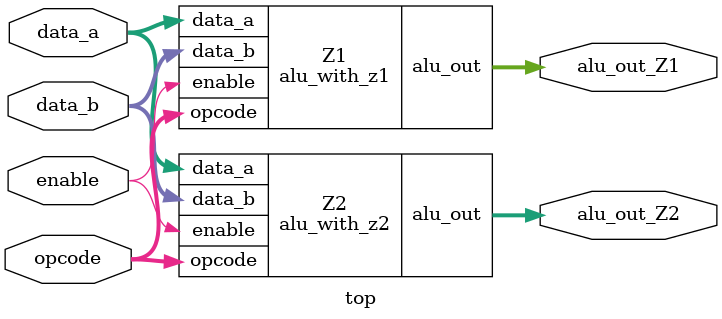
<source format=v>
module alu_with_z1 (alu_out, data_a, data_b, enable, opcode);

input [2: 0] opcode;
input [3: 0] data_a, data_b;
input enable;

output [3: 0] alu_out; // scalar for illustration
reg [3: 0] alu_reg;

always @ (opcode or data_a or data_b)
	case (opcode)
		3'b001: alu_reg = data_a | data_b;
		3'b010: alu_reg = data_a ^ data_b;
		3'b110: alu_reg = ~data_b;
		default: alu_reg = 4'b0;
	endcase
	
assign alu_out = (enable == 1) ? alu_reg : 4'bz;

endmodule

module alu_with_z2 (alu_out, data_a, data_b, enable, opcode); 
input [2: 0] opcode; 
input [3: 0] data_a, data_b; 
input enable; 

output [3: 0] alu_out; // scalar for illustration 
reg [3: 0] alu_reg; 

assign alu_out = (enable == 1) ? alu_reg : 4'bz; 

always @ (opcode or data_a or data_b) 
	case (opcode) 
	3'b001: alu_reg = data_a | data_b; 
	3'b010: alu_reg = data_a ^ data_b; 
	3'b110: alu_reg = ~data_b; 
	default: alu_reg = 4'bx; 
	endcase 
endmodule

module top(alu_out_Z1, alu_out_Z2, data_a, data_b, enable, opcode);

input [2: 0] opcode;
input [3: 0] data_a, data_b;
input enable;

output [3: 0] alu_out_Z1, alu_out_Z2;

alu_with_z1 Z1(alu_out_Z1, data_a, data_b, enable, opcode); 
alu_with_z2 Z2(alu_out_Z2, data_a, data_b, enable, opcode); 

endmodule

</source>
